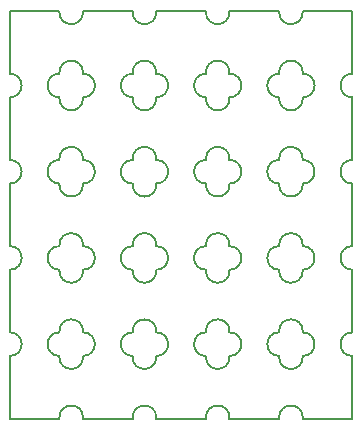
<source format=gm1>
G04 #@! TF.GenerationSoftware,KiCad,Pcbnew,5.0.2-bee76a0~70~ubuntu18.04.1*
G04 #@! TF.CreationDate,2018-12-05T20:22:07+01:00*
G04 #@! TF.ProjectId,noname,6e6f6e61-6d65-42e6-9b69-6361645f7063,rev?*
G04 #@! TF.SameCoordinates,Original*
G04 #@! TF.FileFunction,Profile,NP*
%FSLAX46Y46*%
G04 Gerber Fmt 4.6, Leading zero omitted, Abs format (unit mm)*
G04 Created by KiCad (PCBNEW 5.0.2-bee76a0~70~ubuntu18.04.1) date Wed 05 Dec 2018 20:22:07 CET*
%MOMM*%
%LPD*%
G01*
G04 APERTURE LIST*
%ADD10C,0.200000*%
G04 APERTURE END LIST*
D10*
X134800000Y-120000000D02*
G75*
G02X132800000Y-120000000I-1000000J0D01*
G01*
X128600000Y-120000000D02*
G75*
G02X126600000Y-120000000I-1000000J0D01*
G01*
X122400000Y-120000000D02*
G75*
G02X120400000Y-120000000I-1000000J0D01*
G01*
X116200000Y-120000000D02*
G75*
G02X114200000Y-120000000I-1000000J0D01*
G01*
X134800000Y-112700000D02*
G75*
G02X132800000Y-112700000I-1000000J0D01*
G01*
X128600000Y-112700000D02*
G75*
G02X126600000Y-112700000I-1000000J0D01*
G01*
X122400000Y-112700000D02*
G75*
G02X120400000Y-112700000I-1000000J0D01*
G01*
X116200000Y-112700000D02*
G75*
G02X114200000Y-112700000I-1000000J0D01*
G01*
X134800000Y-105400000D02*
G75*
G02X132800000Y-105400000I-1000000J0D01*
G01*
X128600000Y-105400000D02*
G75*
G02X126600000Y-105400000I-1000000J0D01*
G01*
X122400000Y-105400000D02*
G75*
G02X120400000Y-105400000I-1000000J0D01*
G01*
X116200000Y-105400000D02*
G75*
G02X114200000Y-105400000I-1000000J0D01*
G01*
X134800000Y-98100000D02*
G75*
G02X132800000Y-98100000I-1000000J0D01*
G01*
X128600000Y-98100000D02*
G75*
G02X126600000Y-98100000I-1000000J0D01*
G01*
X122400000Y-98100000D02*
G75*
G02X120400000Y-98100000I-1000000J0D01*
G01*
X116200000Y-98100000D02*
G75*
G02X114200000Y-98100000I-1000000J0D01*
G01*
X134800000Y-90800000D02*
G75*
G02X132800000Y-90800000I-1000000J0D01*
G01*
X128600000Y-90800000D02*
G75*
G02X126600000Y-90800000I-1000000J0D01*
G01*
X122400000Y-90800000D02*
G75*
G02X120400000Y-90800000I-1000000J0D01*
G01*
X134800000Y-117900000D02*
G75*
G02X134800000Y-119900000I0J-1000000D01*
G01*
X128600000Y-117900000D02*
G75*
G02X128600000Y-119900000I0J-1000000D01*
G01*
X122400000Y-117900000D02*
G75*
G02X122400000Y-119900000I0J-1000000D01*
G01*
X116200000Y-117900000D02*
G75*
G02X116200000Y-119900000I0J-1000000D01*
G01*
X110000000Y-117900000D02*
G75*
G02X110000000Y-119900000I0J-1000000D01*
G01*
X134800000Y-110600000D02*
G75*
G02X134800000Y-112600000I0J-1000000D01*
G01*
X128600000Y-110600000D02*
G75*
G02X128600000Y-112600000I0J-1000000D01*
G01*
X122400000Y-110600000D02*
G75*
G02X122400000Y-112600000I0J-1000000D01*
G01*
X116200000Y-110600000D02*
G75*
G02X116200000Y-112600000I0J-1000000D01*
G01*
X110000000Y-110600000D02*
G75*
G02X110000000Y-112600000I0J-1000000D01*
G01*
X134800000Y-103300000D02*
G75*
G02X134800000Y-105300000I0J-1000000D01*
G01*
X128600000Y-103300000D02*
G75*
G02X128600000Y-105300000I0J-1000000D01*
G01*
X122400000Y-103300000D02*
G75*
G02X122400000Y-105300000I0J-1000000D01*
G01*
X116200000Y-103300000D02*
G75*
G02X116200000Y-105300000I0J-1000000D01*
G01*
X110000000Y-103300000D02*
G75*
G02X110000000Y-105300000I0J-1000000D01*
G01*
X134800000Y-96000000D02*
G75*
G02X134800000Y-98000000I0J-1000000D01*
G01*
X128600000Y-96000000D02*
G75*
G02X128600000Y-98000000I0J-1000000D01*
G01*
X122400000Y-96000000D02*
G75*
G02X122400000Y-98000000I0J-1000000D01*
G01*
X116200000Y-96000000D02*
G75*
G02X116200000Y-98000000I0J-1000000D01*
G01*
X139000000Y-119900000D02*
X139000000Y-125200000D01*
X110000000Y-119900000D02*
X110000000Y-125200000D01*
X139000000Y-112600000D02*
X139000000Y-117900000D01*
X110000000Y-112600000D02*
X110000000Y-117900000D01*
X139000000Y-105300000D02*
X139000000Y-110600000D01*
X110000000Y-105300000D02*
X110000000Y-110600000D01*
X139000000Y-98000000D02*
X139000000Y-103300000D01*
X110000000Y-98000000D02*
X110000000Y-103300000D01*
X139000000Y-90700000D02*
X139000000Y-96000000D01*
X134800000Y-120000000D02*
X134800000Y-119900000D01*
X128600000Y-120000000D02*
X128600000Y-119900000D01*
X122400000Y-120000000D02*
X122400000Y-119900000D01*
X116200000Y-120000000D02*
X116200000Y-119900000D01*
X134800000Y-112700000D02*
X134800000Y-112600000D01*
X128600000Y-112700000D02*
X128600000Y-112600000D01*
X122400000Y-112700000D02*
X122400000Y-112600000D01*
X116200000Y-112700000D02*
X116200000Y-112600000D01*
X134800000Y-105400000D02*
X134800000Y-105300000D01*
X128600000Y-105400000D02*
X128600000Y-105300000D01*
X122400000Y-105400000D02*
X122400000Y-105300000D01*
X116200000Y-105400000D02*
X116200000Y-105300000D01*
X134800000Y-98100000D02*
X134800000Y-98000000D01*
X128600000Y-98100000D02*
X128600000Y-98000000D01*
X122400000Y-98100000D02*
X122400000Y-98000000D01*
X116200000Y-98100000D02*
X116200000Y-98000000D01*
X134800000Y-90800000D02*
X134800000Y-90700000D01*
X128600000Y-90800000D02*
X128600000Y-90700000D01*
X122400000Y-90800000D02*
X122400000Y-90700000D01*
X139000000Y-119900000D02*
G75*
G02X139000000Y-117900000I0J1000000D01*
G01*
X132800000Y-119900000D02*
G75*
G02X132800000Y-117900000I0J1000000D01*
G01*
X126600000Y-119900000D02*
G75*
G02X126600000Y-117900000I0J1000000D01*
G01*
X120400000Y-119900000D02*
G75*
G02X120400000Y-117900000I0J1000000D01*
G01*
X114200000Y-119900000D02*
G75*
G02X114200000Y-117900000I0J1000000D01*
G01*
X139000000Y-112600000D02*
G75*
G02X139000000Y-110600000I0J1000000D01*
G01*
X132800000Y-112600000D02*
G75*
G02X132800000Y-110600000I0J1000000D01*
G01*
X126600000Y-112600000D02*
G75*
G02X126600000Y-110600000I0J1000000D01*
G01*
X120400000Y-112600000D02*
G75*
G02X120400000Y-110600000I0J1000000D01*
G01*
X114200000Y-112600000D02*
G75*
G02X114200000Y-110600000I0J1000000D01*
G01*
X139000000Y-105300000D02*
G75*
G02X139000000Y-103300000I0J1000000D01*
G01*
X132800000Y-105300000D02*
G75*
G02X132800000Y-103300000I0J1000000D01*
G01*
X126600000Y-105300000D02*
G75*
G02X126600000Y-103300000I0J1000000D01*
G01*
X120400000Y-105300000D02*
G75*
G02X120400000Y-103300000I0J1000000D01*
G01*
X114200000Y-105300000D02*
G75*
G02X114200000Y-103300000I0J1000000D01*
G01*
X139000000Y-98000000D02*
G75*
G02X139000000Y-96000000I0J1000000D01*
G01*
X132800000Y-98000000D02*
G75*
G02X132800000Y-96000000I0J1000000D01*
G01*
X126600000Y-98000000D02*
G75*
G02X126600000Y-96000000I0J1000000D01*
G01*
X120400000Y-98000000D02*
G75*
G02X120400000Y-96000000I0J1000000D01*
G01*
X139000000Y-125200000D02*
X134800000Y-125200000D01*
X132800000Y-125200000D02*
X128600000Y-125200000D01*
X126600000Y-125200000D02*
X122400000Y-125200000D01*
X120400000Y-125200000D02*
X116200000Y-125200000D01*
X114200000Y-125200000D02*
X110000000Y-125200000D01*
X139000000Y-90700000D02*
X134800000Y-90700000D01*
X132800000Y-90700000D02*
X128600000Y-90700000D01*
X126600000Y-90700000D02*
X122400000Y-90700000D01*
X120400000Y-90700000D02*
X116200000Y-90700000D01*
X132800000Y-125100000D02*
G75*
G02X134800000Y-125100000I1000000J0D01*
G01*
X126600000Y-125100000D02*
G75*
G02X128600000Y-125100000I1000000J0D01*
G01*
X120400000Y-125100000D02*
G75*
G02X122400000Y-125100000I1000000J0D01*
G01*
X114200000Y-125100000D02*
G75*
G02X116200000Y-125100000I1000000J0D01*
G01*
X132800000Y-117800000D02*
G75*
G02X134800000Y-117800000I1000000J0D01*
G01*
X126600000Y-117800000D02*
G75*
G02X128600000Y-117800000I1000000J0D01*
G01*
X120400000Y-117800000D02*
G75*
G02X122400000Y-117800000I1000000J0D01*
G01*
X114200000Y-117800000D02*
G75*
G02X116200000Y-117800000I1000000J0D01*
G01*
X132800000Y-110500000D02*
G75*
G02X134800000Y-110500000I1000000J0D01*
G01*
X126600000Y-110500000D02*
G75*
G02X128600000Y-110500000I1000000J0D01*
G01*
X120400000Y-110500000D02*
G75*
G02X122400000Y-110500000I1000000J0D01*
G01*
X114200000Y-110500000D02*
G75*
G02X116200000Y-110500000I1000000J0D01*
G01*
X132800000Y-103200000D02*
G75*
G02X134800000Y-103200000I1000000J0D01*
G01*
X126600000Y-103200000D02*
G75*
G02X128600000Y-103200000I1000000J0D01*
G01*
X120400000Y-103200000D02*
G75*
G02X122400000Y-103200000I1000000J0D01*
G01*
X114200000Y-103200000D02*
G75*
G02X116200000Y-103200000I1000000J0D01*
G01*
X132800000Y-95900000D02*
G75*
G02X134800000Y-95900000I1000000J0D01*
G01*
X126600000Y-95900000D02*
G75*
G02X128600000Y-95900000I1000000J0D01*
G01*
X120400000Y-95900000D02*
G75*
G02X122400000Y-95900000I1000000J0D01*
G01*
X134800000Y-125100000D02*
X134800000Y-125200000D01*
X128600000Y-125100000D02*
X128600000Y-125200000D01*
X122400000Y-125100000D02*
X122400000Y-125200000D01*
X116200000Y-125100000D02*
X116200000Y-125200000D01*
X134800000Y-117800000D02*
X134800000Y-117900000D01*
X128600000Y-117800000D02*
X128600000Y-117900000D01*
X122400000Y-117800000D02*
X122400000Y-117900000D01*
X116200000Y-117800000D02*
X116200000Y-117900000D01*
X134800000Y-110500000D02*
X134800000Y-110600000D01*
X128600000Y-110500000D02*
X128600000Y-110600000D01*
X122400000Y-110500000D02*
X122400000Y-110600000D01*
X116200000Y-110500000D02*
X116200000Y-110600000D01*
X134800000Y-103200000D02*
X134800000Y-103300000D01*
X128600000Y-103200000D02*
X128600000Y-103300000D01*
X122400000Y-103200000D02*
X122400000Y-103300000D01*
X116200000Y-103200000D02*
X116200000Y-103300000D01*
X134800000Y-95900000D02*
X134800000Y-96000000D01*
X128600000Y-95900000D02*
X128600000Y-96000000D01*
X122400000Y-95900000D02*
X122400000Y-96000000D01*
X132800000Y-120000000D02*
X132800000Y-119900000D01*
X126600000Y-120000000D02*
X126600000Y-119900000D01*
X120400000Y-120000000D02*
X120400000Y-119900000D01*
X114200000Y-120000000D02*
X114200000Y-119900000D01*
X132800000Y-112700000D02*
X132800000Y-112600000D01*
X126600000Y-112700000D02*
X126600000Y-112600000D01*
X120400000Y-112700000D02*
X120400000Y-112600000D01*
X114200000Y-112700000D02*
X114200000Y-112600000D01*
X132800000Y-105400000D02*
X132800000Y-105300000D01*
X126600000Y-105400000D02*
X126600000Y-105300000D01*
X120400000Y-105400000D02*
X120400000Y-105300000D01*
X114200000Y-105400000D02*
X114200000Y-105300000D01*
X132800000Y-98100000D02*
X132800000Y-98000000D01*
X126600000Y-98100000D02*
X126600000Y-98000000D01*
X120400000Y-98100000D02*
X120400000Y-98000000D01*
X114200000Y-98100000D02*
X114200000Y-98000000D01*
X132800000Y-90800000D02*
X132800000Y-90700000D01*
X126600000Y-90800000D02*
X126600000Y-90700000D01*
X120400000Y-90800000D02*
X120400000Y-90700000D01*
X132800000Y-125100000D02*
X132800000Y-125200000D01*
X126600000Y-125100000D02*
X126600000Y-125200000D01*
X120400000Y-125100000D02*
X120400000Y-125200000D01*
X114200000Y-125100000D02*
X114200000Y-125200000D01*
X132800000Y-117800000D02*
X132800000Y-117900000D01*
X126600000Y-117800000D02*
X126600000Y-117900000D01*
X120400000Y-117800000D02*
X120400000Y-117900000D01*
X114200000Y-117800000D02*
X114200000Y-117900000D01*
X132800000Y-110500000D02*
X132800000Y-110600000D01*
X126600000Y-110500000D02*
X126600000Y-110600000D01*
X120400000Y-110500000D02*
X120400000Y-110600000D01*
X114200000Y-110500000D02*
X114200000Y-110600000D01*
X132800000Y-103200000D02*
X132800000Y-103300000D01*
X126600000Y-103200000D02*
X126600000Y-103300000D01*
X120400000Y-103200000D02*
X120400000Y-103300000D01*
X114200000Y-103200000D02*
X114200000Y-103300000D01*
X132800000Y-95900000D02*
X132800000Y-96000000D01*
X126600000Y-95900000D02*
X126600000Y-96000000D01*
X120400000Y-95900000D02*
X120400000Y-96000000D01*
X116200000Y-95900000D02*
X116200000Y-96000000D01*
X116200000Y-90800000D02*
X116200000Y-90700000D01*
X114200000Y-90800000D02*
X114200000Y-90700000D01*
X114200000Y-95900000D02*
X114200000Y-96000000D01*
X114200000Y-95900000D02*
G75*
G02X116200000Y-95900000I1000000J0D01*
G01*
X116200000Y-90800000D02*
G75*
G02X114200000Y-90800000I-1000000J0D01*
G01*
X114200000Y-98000000D02*
G75*
G02X114200000Y-96000000I0J1000000D01*
G01*
X110000000Y-96000000D02*
G75*
G02X110000000Y-98000000I0J-1000000D01*
G01*
X110000000Y-90700000D02*
X110000000Y-96000000D01*
X114200000Y-90700000D02*
X110000000Y-90700000D01*
M02*

</source>
